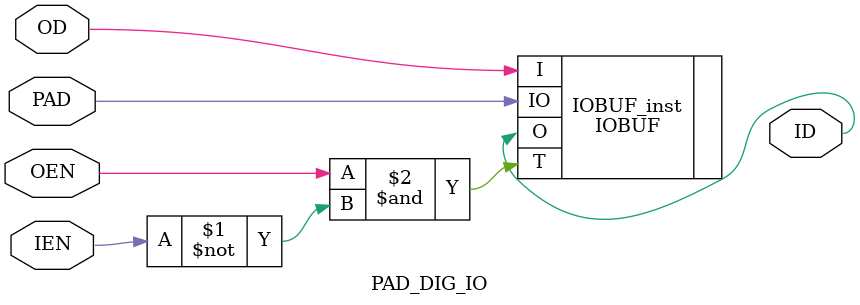
<source format=v>
/*
Copyright (c) 2019 Alibaba Group Holding Limited

Permission is hereby granted, free of charge, to any person obtaining a copy of this software and associated documentation files (the "Software"), to deal in the Software without restriction, including without limitation the rights to use, copy, modify, merge, publish, distribute, sublicense, and/or sell copies of the Software, and to permit persons to whom the Software is furnished to do so, subject to the following conditions:

The above copyright notice and this permission notice shall be included in all copies or substantial portions of the Software.

THE SOFTWARE IS PROVIDED "AS IS", WITHOUT WARRANTY OF ANY KIND, EXPRESS OR IMPLIED, INCLUDING BUT NOT LIMITED TO THE WARRANTIES OF MERCHANTABILITY, FITNESS FOR A PARTICULAR PURPOSE AND NONINFRINGEMENT. IN NO EVENT SHALL THE AUTHORS OR COPYRIGHT HOLDERS BE LIABLE FOR ANY CLAIM, DAMAGES OR OTHER LIABILITY, WHETHER IN AN ACTION OF CONTRACT, TORT OR OTHERWISE, ARISING FROM, OUT OF OR IN CONNECTION WITH THE SOFTWARE OR THE USE OR OTHER DEALINGS IN THE SOFTWARE.

*/
module PAD_DIG_IO(
    OEN,
    IEN,
    OD,
    ID,
    PAD
);

input   OEN;
input   IEN;
output  ID;
input   OD;
inout   PAD;

// assign PAD = OEN ? 1'bz : OD;
// assign ID = IEN ? 1'bz : PAD;

IOBUF IOBUF_inst (
    .O(ID),         // Buffer output
    .IO(PAD),       // Buffer inout port (connect directly to top-level port)
    .I(OD),         // Buffer input
    .T(OEN &~ IEN)  // 3-state enable input, high=input, low=output
);

endmodule

</source>
